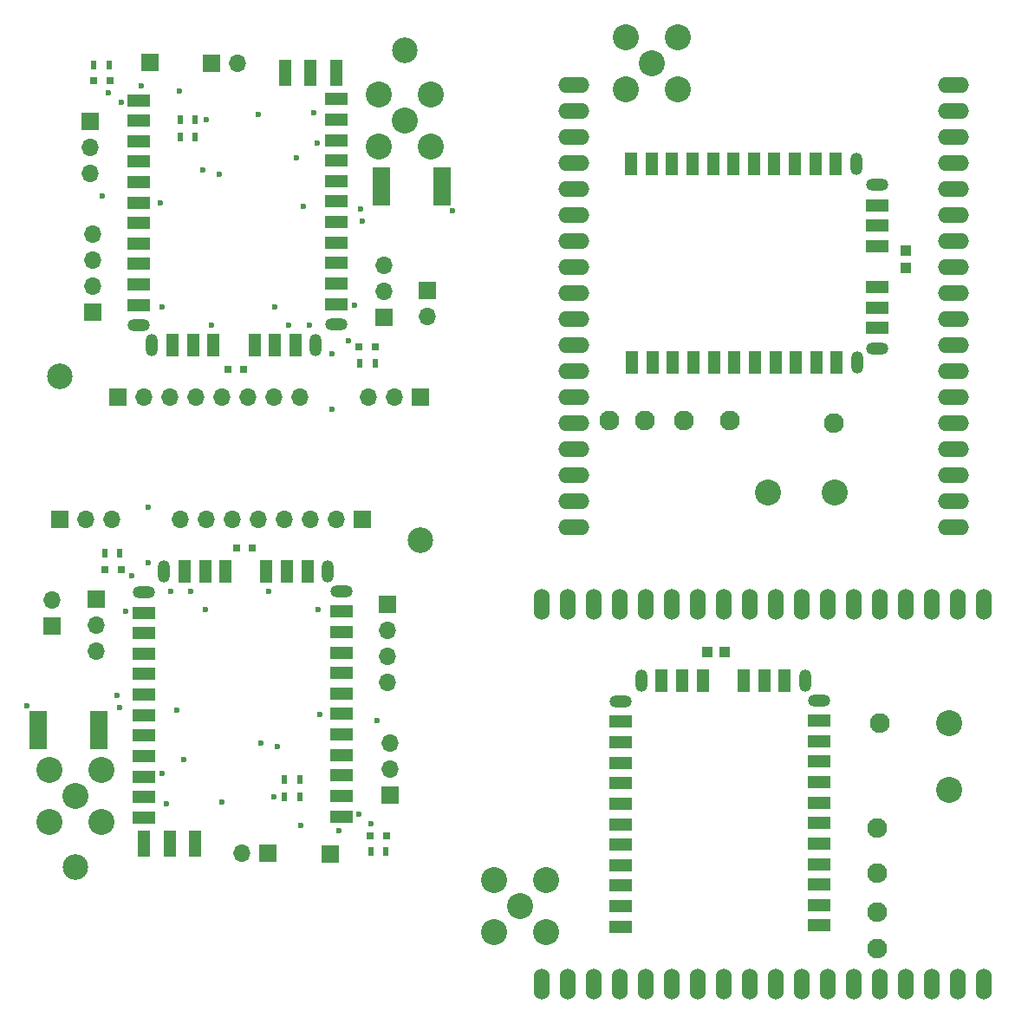
<source format=gts>
G04 #@! TF.FileFunction,Soldermask,Top*
%FSLAX46Y46*%
G04 Gerber Fmt 4.6, Leading zero omitted, Abs format (unit mm)*
G04 Created by KiCad (PCBNEW 4.0.6-e0-6349~53~ubuntu14.04.1) date Thu Apr  6 15:25:57 2017*
%MOMM*%
%LPD*%
G01*
G04 APERTURE LIST*
%ADD10C,0.100000*%
%ADD11O,3.048000X1.524000*%
%ADD12R,1.200000X2.200000*%
%ADD13O,1.200000X2.200000*%
%ADD14O,2.200000X1.200000*%
%ADD15R,2.200000X1.200000*%
%ADD16C,2.540000*%
%ADD17C,1.930400*%
%ADD18R,0.998220X1.099820*%
%ADD19C,2.500000*%
%ADD20R,0.800000X0.750000*%
%ADD21R,0.800000X0.800000*%
%ADD22R,1.700000X1.700000*%
%ADD23O,1.700000X1.700000*%
%ADD24R,0.500000X0.900000*%
%ADD25R,1.699260X3.698240*%
%ADD26R,1.198880X2.499360*%
%ADD27O,1.524000X3.048000*%
%ADD28R,1.099820X0.998220*%
%ADD29C,0.600000*%
G04 APERTURE END LIST*
D10*
D11*
X157531140Y-58230000D03*
X157531140Y-60770000D03*
X157531140Y-63310000D03*
X157531140Y-65850000D03*
X157531140Y-68390000D03*
X157531140Y-70930000D03*
X157531140Y-73470000D03*
X157531140Y-76010000D03*
X157531140Y-78550000D03*
X157531140Y-81090000D03*
X157531140Y-83630000D03*
X157531140Y-86170000D03*
X157531140Y-88710000D03*
X157531140Y-91250000D03*
X157531140Y-93790000D03*
X157531140Y-96330000D03*
X157531140Y-98870000D03*
X157531140Y-101410000D03*
X194638000Y-101410000D03*
X194638000Y-98870000D03*
X194638000Y-96330000D03*
X194638000Y-93790000D03*
X194638000Y-91250000D03*
X194638000Y-88710000D03*
X194638000Y-86170000D03*
X194638000Y-83630000D03*
X194638000Y-81090000D03*
X194638000Y-78550000D03*
X194638000Y-76010000D03*
X194638000Y-73470000D03*
X194638000Y-70930000D03*
X194638000Y-68390000D03*
X194638000Y-65850000D03*
X194638000Y-63310000D03*
X194638000Y-60770000D03*
X194638000Y-58230000D03*
D12*
X163240000Y-85310000D03*
X165240000Y-85310000D03*
X167240000Y-85310000D03*
X169240000Y-85310000D03*
X171240000Y-85310000D03*
X173240000Y-85310000D03*
X175240000Y-85310000D03*
X177240000Y-85310000D03*
X179240000Y-85310000D03*
X181240000Y-85310000D03*
X183240000Y-85310000D03*
D13*
X185240000Y-85310000D03*
D14*
X187140000Y-83980000D03*
D15*
X187140000Y-81980000D03*
X187140000Y-79980000D03*
X187140000Y-77980000D03*
X187140000Y-73980000D03*
X187140000Y-71980000D03*
X187140000Y-69980000D03*
D14*
X187140000Y-67980000D03*
D13*
X185140000Y-65980000D03*
D12*
X183140000Y-65980000D03*
X181140000Y-65980000D03*
X179140000Y-65980000D03*
X177140000Y-65980000D03*
X175140000Y-65980000D03*
X173140000Y-65980000D03*
X171140000Y-65980000D03*
X169140000Y-65980000D03*
X167140000Y-65980000D03*
X165140000Y-65980000D03*
X163140000Y-65980000D03*
D16*
X165145000Y-56100000D03*
X162605000Y-53560000D03*
X167685000Y-53560000D03*
X162605000Y-58640000D03*
X167685000Y-58640000D03*
D17*
X164510000Y-91025000D03*
X168320000Y-91025000D03*
X172765000Y-91025000D03*
X182980000Y-91240000D03*
X160980000Y-91040000D03*
D16*
X176501340Y-98010000D03*
X182998660Y-98010000D03*
D18*
X189980000Y-74391640D03*
X189980000Y-76088360D03*
D19*
X141020000Y-54820000D03*
X107320000Y-86720000D03*
D15*
X115021100Y-59723600D03*
X115021100Y-61723600D03*
X115021100Y-63723600D03*
X115021100Y-65723600D03*
X115021100Y-67723600D03*
X115021100Y-69723600D03*
X115021100Y-71723600D03*
X115021100Y-73723600D03*
X115021100Y-75723600D03*
X115021100Y-77723600D03*
X115021100Y-79723600D03*
D14*
X115021100Y-81723600D03*
D13*
X116351100Y-83623600D03*
D12*
X118351100Y-83623600D03*
X120351100Y-83623600D03*
X122351100Y-83623600D03*
X126351100Y-83623600D03*
X128351100Y-83623600D03*
X130351100Y-83623600D03*
D13*
X132351100Y-83623600D03*
D14*
X134351100Y-81623600D03*
D15*
X134351100Y-79623600D03*
X134351100Y-77623600D03*
X134351100Y-75623600D03*
X134351100Y-73623600D03*
X134351100Y-71623600D03*
X134351100Y-69623600D03*
X134351100Y-67623600D03*
X134351100Y-65623600D03*
X134351100Y-63623600D03*
X134351100Y-61623600D03*
X134351100Y-59623600D03*
D20*
X125270000Y-85970000D03*
X123770000Y-85970000D03*
D21*
X138120000Y-83820000D03*
X136520000Y-83820000D03*
X110620000Y-57820000D03*
X112220000Y-57820000D03*
D22*
X110320000Y-61780000D03*
D23*
X110320000Y-64320000D03*
X110320000Y-66860000D03*
D22*
X139020000Y-80970000D03*
D23*
X139020000Y-78430000D03*
X139020000Y-75890000D03*
D22*
X142520000Y-88720000D03*
D23*
X139980000Y-88720000D03*
X137440000Y-88720000D03*
D22*
X110520000Y-80460000D03*
D23*
X110520000Y-77920000D03*
X110520000Y-75380000D03*
X110520000Y-72840000D03*
D22*
X113020000Y-88720000D03*
D23*
X115560000Y-88720000D03*
X118100000Y-88720000D03*
X120640000Y-88720000D03*
X123180000Y-88720000D03*
X125720000Y-88720000D03*
X128260000Y-88720000D03*
X130800000Y-88720000D03*
D22*
X143270000Y-78320000D03*
D23*
X143270000Y-80860000D03*
D22*
X122180000Y-56120000D03*
D23*
X124720000Y-56120000D03*
D24*
X138170000Y-85420000D03*
X136670000Y-85420000D03*
X110670000Y-56320000D03*
X112170000Y-56320000D03*
D16*
X141020000Y-61720000D03*
X143560000Y-59180000D03*
X143560000Y-64260000D03*
X138480000Y-59180000D03*
X138480000Y-64260000D03*
D25*
X138771060Y-68120000D03*
X144668940Y-68120000D03*
D26*
X129320640Y-57068280D03*
X131820000Y-57068280D03*
X134319360Y-57068280D03*
D24*
X119070000Y-61620000D03*
X120570000Y-61620000D03*
X119070000Y-63320000D03*
X120570000Y-63320000D03*
D22*
X116120000Y-56020000D03*
D27*
X154390000Y-146028860D03*
X156930000Y-146028860D03*
X159470000Y-146028860D03*
X162010000Y-146028860D03*
X164550000Y-146028860D03*
X167090000Y-146028860D03*
X169630000Y-146028860D03*
X172170000Y-146028860D03*
X174710000Y-146028860D03*
X177250000Y-146028860D03*
X179790000Y-146028860D03*
X182330000Y-146028860D03*
X184870000Y-146028860D03*
X187410000Y-146028860D03*
X189950000Y-146028860D03*
X192490000Y-146028860D03*
X195030000Y-146028860D03*
X197570000Y-146028860D03*
X197570000Y-108922000D03*
X195030000Y-108922000D03*
X192490000Y-108922000D03*
X189950000Y-108922000D03*
X187410000Y-108922000D03*
X184870000Y-108922000D03*
X182330000Y-108922000D03*
X179790000Y-108922000D03*
X177250000Y-108922000D03*
X174710000Y-108922000D03*
X172170000Y-108922000D03*
X169630000Y-108922000D03*
X167090000Y-108922000D03*
X164550000Y-108922000D03*
X162010000Y-108922000D03*
X159470000Y-108922000D03*
X156930000Y-108922000D03*
X154390000Y-108922000D03*
D15*
X181470000Y-140320000D03*
X181470000Y-138320000D03*
X181470000Y-136320000D03*
X181470000Y-134320000D03*
X181470000Y-132320000D03*
X181470000Y-130320000D03*
X181470000Y-128320000D03*
X181470000Y-126320000D03*
X181470000Y-124320000D03*
X181470000Y-122320000D03*
X181470000Y-120320000D03*
D14*
X181470000Y-118320000D03*
D13*
X180140000Y-116420000D03*
D12*
X178140000Y-116420000D03*
X176140000Y-116420000D03*
X174140000Y-116420000D03*
X170140000Y-116420000D03*
X168140000Y-116420000D03*
X166140000Y-116420000D03*
D13*
X164140000Y-116420000D03*
D14*
X162140000Y-118420000D03*
D15*
X162140000Y-120420000D03*
X162140000Y-122420000D03*
X162140000Y-124420000D03*
X162140000Y-126420000D03*
X162140000Y-128420000D03*
X162140000Y-130420000D03*
X162140000Y-132420000D03*
X162140000Y-134420000D03*
X162140000Y-136420000D03*
X162140000Y-138420000D03*
X162140000Y-140420000D03*
D16*
X152260000Y-138415000D03*
X149720000Y-140955000D03*
X149720000Y-135875000D03*
X154800000Y-140955000D03*
X154800000Y-135875000D03*
D17*
X187185000Y-139050000D03*
X187185000Y-135240000D03*
X187185000Y-130795000D03*
X187400000Y-120580000D03*
X187200000Y-142580000D03*
D16*
X194170000Y-127058660D03*
X194170000Y-120561340D03*
D28*
X170551640Y-113580000D03*
X172248360Y-113580000D03*
D19*
X108860000Y-134570000D03*
X142560000Y-102670000D03*
D15*
X134858900Y-129666400D03*
X134858900Y-127666400D03*
X134858900Y-125666400D03*
X134858900Y-123666400D03*
X134858900Y-121666400D03*
X134858900Y-119666400D03*
X134858900Y-117666400D03*
X134858900Y-115666400D03*
X134858900Y-113666400D03*
X134858900Y-111666400D03*
X134858900Y-109666400D03*
D14*
X134858900Y-107666400D03*
D13*
X133528900Y-105766400D03*
D12*
X131528900Y-105766400D03*
X129528900Y-105766400D03*
X127528900Y-105766400D03*
X123528900Y-105766400D03*
X121528900Y-105766400D03*
X119528900Y-105766400D03*
D13*
X117528900Y-105766400D03*
D14*
X115528900Y-107766400D03*
D15*
X115528900Y-109766400D03*
X115528900Y-111766400D03*
X115528900Y-113766400D03*
X115528900Y-115766400D03*
X115528900Y-117766400D03*
X115528900Y-119766400D03*
X115528900Y-121766400D03*
X115528900Y-123766400D03*
X115528900Y-125766400D03*
X115528900Y-127766400D03*
X115528900Y-129766400D03*
D20*
X124610000Y-103420000D03*
X126110000Y-103420000D03*
D21*
X111760000Y-105570000D03*
X113360000Y-105570000D03*
X139260000Y-131570000D03*
X137660000Y-131570000D03*
D22*
X139560000Y-127610000D03*
D23*
X139560000Y-125070000D03*
X139560000Y-122530000D03*
D22*
X110860000Y-108420000D03*
D23*
X110860000Y-110960000D03*
X110860000Y-113500000D03*
D22*
X107360000Y-100670000D03*
D23*
X109900000Y-100670000D03*
X112440000Y-100670000D03*
D22*
X139360000Y-108930000D03*
D23*
X139360000Y-111470000D03*
X139360000Y-114010000D03*
X139360000Y-116550000D03*
D22*
X136860000Y-100670000D03*
D23*
X134320000Y-100670000D03*
X131780000Y-100670000D03*
X129240000Y-100670000D03*
X126700000Y-100670000D03*
X124160000Y-100670000D03*
X121620000Y-100670000D03*
X119080000Y-100670000D03*
D22*
X106610000Y-111070000D03*
D23*
X106610000Y-108530000D03*
D22*
X127700000Y-133270000D03*
D23*
X125160000Y-133270000D03*
D24*
X111710000Y-103970000D03*
X113210000Y-103970000D03*
X139210000Y-133070000D03*
X137710000Y-133070000D03*
D16*
X108860000Y-127670000D03*
X106320000Y-130210000D03*
X106320000Y-125130000D03*
X111400000Y-130210000D03*
X111400000Y-125130000D03*
D25*
X111108940Y-121270000D03*
X105211060Y-121270000D03*
D26*
X120559360Y-132321720D03*
X118060000Y-132321720D03*
X115560640Y-132321720D03*
D24*
X130810000Y-127770000D03*
X129310000Y-127770000D03*
X130810000Y-126070000D03*
X129310000Y-126070000D03*
D22*
X133760000Y-133370000D03*
D29*
X145720000Y-70520000D03*
X111520000Y-69120000D03*
X104160000Y-118870000D03*
X138360000Y-120270000D03*
X112120000Y-59020000D03*
X135520000Y-83220000D03*
X130420000Y-65320000D03*
X136920000Y-71520000D03*
X113320000Y-59920000D03*
X132520000Y-63920000D03*
X117120000Y-69720000D03*
X136120000Y-79720000D03*
X132120000Y-60920000D03*
X122120000Y-81720000D03*
X117320000Y-79920000D03*
X137760000Y-130370000D03*
X114360000Y-106170000D03*
X119460000Y-124070000D03*
X112960000Y-117870000D03*
X136560000Y-129470000D03*
X117360000Y-125470000D03*
X132760000Y-119670000D03*
X113760000Y-109670000D03*
X117760000Y-128470000D03*
X127760000Y-107670000D03*
X132560000Y-109470000D03*
X115320000Y-58320000D03*
X121320000Y-66520000D03*
X122920000Y-66920000D03*
X131120000Y-70120000D03*
X136720000Y-70320000D03*
X134560000Y-131070000D03*
X128560000Y-122870000D03*
X126960000Y-122470000D03*
X118760000Y-119270000D03*
X113160000Y-119070000D03*
X121620000Y-61620000D03*
X128260000Y-127770000D03*
X133920000Y-84520000D03*
X133920000Y-89920000D03*
X115960000Y-104870000D03*
X115960000Y-99470000D03*
X131720000Y-81720000D03*
X118160000Y-107670000D03*
X129720000Y-81720000D03*
X120160000Y-107670000D03*
X128320000Y-79920000D03*
X121560000Y-109470000D03*
X119020000Y-58820000D03*
X130860000Y-130570000D03*
X126720000Y-61120000D03*
X123160000Y-128270000D03*
M02*

</source>
